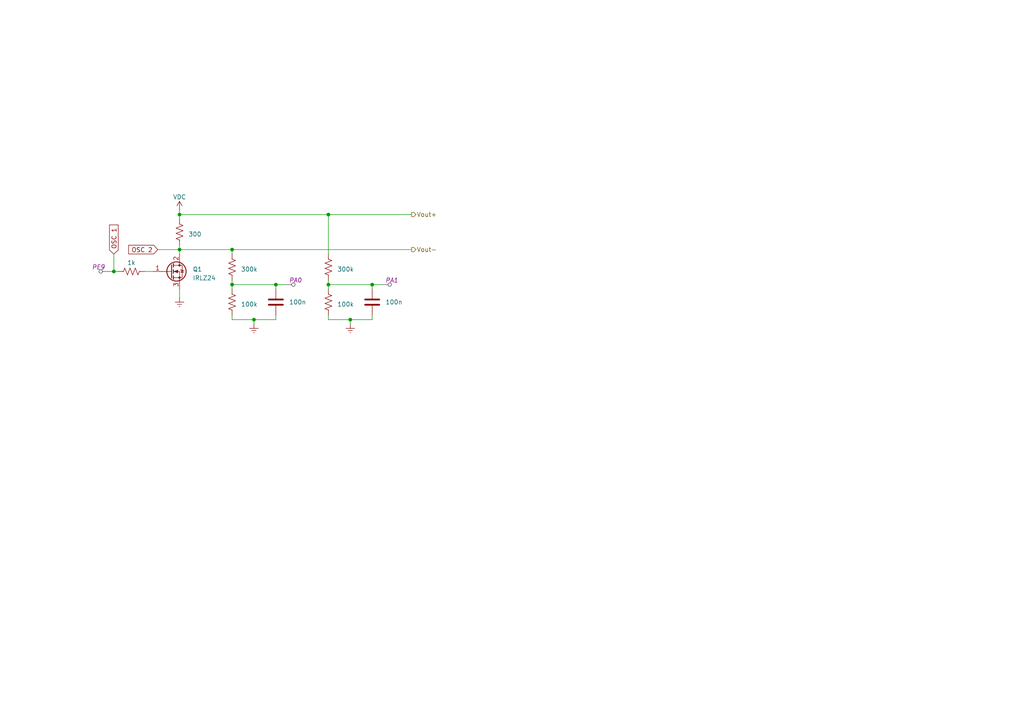
<source format=kicad_sch>
(kicad_sch (version 20230121) (generator eeschema)
  (paper "A4")
  (lib_symbols
    (symbol "Device:C" (pin_numbers hide) (pin_names (offset 0.254))
      (property "Reference" "C" (at 0.635 2.54 0))
      (property "Value" "C" (at 0.635 -2.54 0))
      (symbol "C_0_1"
        (polyline (pts (xy -2.032 -0.762) (xy 2.032 -0.762)) (stroke (width 0.508)))
        (polyline (pts (xy -2.032 0.762) (xy 2.032 0.762)) (stroke (width 0.508)))
      )
      (symbol "C_1_1"
        (pin passive line (at 0 3.81 270) (length 2.794) (name "~") (number "1"))
        (pin passive line (at 0 -3.81 90) (length 2.794) (name "~") (number "2"))
      )
    )
    (symbol "Device:R_US" (pin_numbers hide) (pin_names (offset 0))
      (property "Reference" "R" (at 2.54 0 90))
      (property "Value" "R_US" (at -2.54 0 90))
      (symbol "R_US_0_1"
        (polyline (pts (xy 0 -2.286) (xy 0 -2.54)))
        (polyline (pts (xy 0 2.286) (xy 0 2.54)))
        (polyline (pts (xy 0 -0.762) (xy 1.016 -1.143) (xy 0 -1.524) (xy -1.016 -1.905) (xy 0 -2.286)))
        (polyline (pts (xy 0 0.762) (xy 1.016 0.381) (xy 0 0) (xy -1.016 -0.381) (xy 0 -0.762)))
        (polyline (pts (xy 0 2.286) (xy 1.016 1.905) (xy 0 1.524) (xy -1.016 1.143) (xy 0 0.762)))
      )
      (symbol "R_US_1_1"
        (pin passive line (at 0 3.81 270) (length 1.27) (name "~") (number "1"))
        (pin passive line (at 0 -3.81 90) (length 1.27) (name "~") (number "2"))
      )
    )
    (symbol "Transistor_FET:IRLZ24" (pin_names hide)
      (property "Reference" "Q" (at 6.35 1.905 0))
      (property "Value" "IRLZ24" (at 6.35 0 0))
      (symbol "IRLZ24_0_1"
        (polyline (pts (xy 0.254 0) (xy -2.54 0)))
        (polyline (pts (xy 0.254 1.905) (xy 0.254 -1.905)) (stroke (width 0.254)))
        (polyline (pts (xy 0.762 -1.27) (xy 0.762 -2.286)) (stroke (width 0.254)))
        (polyline (pts (xy 0.762 0.508) (xy 0.762 -0.508)) (stroke (width 0.254)))
        (polyline (pts (xy 0.762 2.286) (xy 0.762 1.27)) (stroke (width 0.254)))
        (polyline (pts (xy 2.54 2.54) (xy 2.54 1.778)))
        (polyline (pts (xy 2.54 -2.54) (xy 2.54 0) (xy 0.762 0)))
        (polyline (pts (xy 0.762 -1.778) (xy 3.302 -1.778) (xy 3.302 1.778) (xy 0.762 1.778)))
        (polyline (pts (xy 1.016 0) (xy 2.032 0.381) (xy 2.032 -0.381) (xy 1.016 0)) (fill (type outline)))
        (polyline (pts (xy 2.794 0.508) (xy 2.921 0.381) (xy 3.683 0.381) (xy 3.81 0.254)))
        (polyline (pts (xy 3.302 0.381) (xy 2.921 -0.254) (xy 3.683 -0.254) (xy 3.302 0.381)))
        (circle (center 1.651 0) (radius 2.794) (stroke (width 0.254)))
        (circle (center 2.54 -1.778) (radius 0.254) (fill (type outline)))
        (circle (center 2.54 1.778) (radius 0.254) (fill (type outline)))
      )
      (symbol "IRLZ24_1_1"
        (pin input line (at -5.08 0 0) (length 2.54) (name "G") (number "1"))
        (pin passive line (at 2.54 5.08 270) (length 2.54) (name "D") (number "2"))
        (pin passive line (at 2.54 -5.08 90) (length 2.54) (name "S") (number "3"))
      )
    )
    (symbol "power:Earth" (power) (pin_names (offset 0))
      (symbol "Earth_0_1"
        (polyline (pts (xy -0.635 -1.905) (xy 0.635 -1.905)))
        (polyline (pts (xy -0.127 -2.54) (xy 0.127 -2.54)))
        (polyline (pts (xy 0 -1.27) (xy 0 0)))
        (polyline (pts (xy 1.27 -1.27) (xy -1.27 -1.27)))
      )
      (symbol "Earth_1_1"
        (pin power_in line (at 0 0 270) (length 0) hide (name "Earth") (number "1"))
      )
    )
    (symbol "power:VDC" (power) (pin_names (offset 0))
      (property "Value" "VDC" (at 0 6.35 0))
      (symbol "VDC_0_1"
        (polyline (pts (xy -0.762 1.27) (xy 0 2.54)))
        (polyline (pts (xy 0 0) (xy 0 2.54)))
        (polyline (pts (xy 0 2.54) (xy 0.762 1.27)))
      )
      (symbol "VDC_1_1"
        (pin power_in line (at 0 0 90) (length 0) hide (name "VDC") (number "1"))
      )
    )
  )
  (junction (at 67.31 82.55))
  (junction (at 95.25 62.23))
  (junction (at 95.25 82.55))
  (junction (at 73.66 92.71))
  (junction (at 33.02 78.74))
  (junction (at 80.01 82.55))
  (junction (at 52.07 62.23))
  (junction (at 52.07 72.39))
  (junction (at 107.95 82.55))
  (junction (at 101.6 92.71))
  (junction (at 67.31 72.39))
  (wire (pts (xy 80.01 83.82) (xy 80.01 82.55)))
  (wire (pts (xy 33.02 73.66) (xy 33.02 78.74)))
  (wire (pts (xy 67.31 72.39) (xy 67.31 73.66)))
  (wire (pts (xy 95.25 92.71) (xy 95.25 91.44)))
  (wire (pts (xy 52.07 62.23) (xy 95.25 62.23)))
  (wire (pts (xy 80.01 92.71) (xy 73.66 92.71)))
  (wire (pts (xy 31.75 78.74) (xy 33.02 78.74)))
  (wire (pts (xy 95.25 81.28) (xy 95.25 82.55)))
  (wire (pts (xy 67.31 82.55) (xy 67.31 83.82)))
  (wire (pts (xy 67.31 82.55) (xy 80.01 82.55)))
  (wire (pts (xy 52.07 71.12) (xy 52.07 72.39)))
  (wire (pts (xy 80.01 82.55) (xy 82.55 82.55)))
  (wire (pts (xy 52.07 72.39) (xy 52.07 73.66)))
  (wire (pts (xy 80.01 91.44) (xy 80.01 92.71)))
  (wire (pts (xy 95.25 62.23) (xy 119.38 62.23)))
  (wire (pts (xy 52.07 62.23) (xy 52.07 63.5)))
  (wire (pts (xy 67.31 81.28) (xy 67.31 82.55)))
  (wire (pts (xy 107.95 83.82) (xy 107.95 82.55)))
  (wire (pts (xy 67.31 72.39) (xy 119.38 72.39)))
  (wire (pts (xy 67.31 92.71) (xy 67.31 91.44)))
  (wire (pts (xy 52.07 60.96) (xy 52.07 62.23)))
  (wire (pts (xy 73.66 92.71) (xy 67.31 92.71)))
  (wire (pts (xy 45.72 72.39) (xy 52.07 72.39)))
  (wire (pts (xy 107.95 91.44) (xy 107.95 92.71)))
  (wire (pts (xy 33.02 78.74) (xy 34.29 78.74)))
  (wire (pts (xy 101.6 92.71) (xy 95.25 92.71)))
  (wire (pts (xy 52.07 72.39) (xy 67.31 72.39)))
  (wire (pts (xy 41.91 78.74) (xy 44.45 78.74)))
  (wire (pts (xy 95.25 62.23) (xy 95.25 73.66)))
  (wire (pts (xy 95.25 82.55) (xy 107.95 82.55)))
  (wire (pts (xy 107.95 82.55) (xy 110.49 82.55)))
  (wire (pts (xy 101.6 92.71) (xy 101.6 93.98)))
  (wire (pts (xy 95.25 82.55) (xy 95.25 83.82)))
  (wire (pts (xy 107.95 92.71) (xy 101.6 92.71)))
  (wire (pts (xy 73.66 92.71) (xy 73.66 93.98)))
  (wire (pts (xy 52.07 83.82) (xy 52.07 86.36)))
  (global_label "OSC 2" (shape input) (at 45.72 72.39 180) (property "Intersheetrefs" "${INTERSHEET_REFS}" (effects hide)))
  (global_label "OSC 1" (shape input) (at 33.02 73.66 90) (property "Intersheetrefs" "${INTERSHEET_REFS}" (effects hide)))
  (hierarchical_label "Vout-" (shape output) (at 119.38 72.39 0))
  (hierarchical_label "Vout+" (shape output) (at 119.38 62.23 0))
  (netclass_flag "" (length 2.54) (shape round) (at 110.49 82.55 270) (property "Netclass" "PA1" (at 111.76 81.28 0) (effects (font italic) (justify left))))
  (netclass_flag "" (length 2.54) (shape round) (at 31.75 78.74 90) (property "Netclass" "PE9" (at 30.48 77.47 0) (effects (font italic) (justify right))))
  (netclass_flag "" (length 2.54) (shape round) (at 82.55 82.55 270) (property "Netclass" "PA0" (at 83.82 81.28 0) (effects (font italic) (justify left))))
  (symbol (lib_id "power:VDC") (at 52.07 60.96 0) (unit 1)
    (property "Reference" "#PWR01" (effects hide))
    (property "Value" "~9V" (at 52.07 57.15 0))
  )
  (symbol (lib_id "power:Earth") (at 52.07 86.36 0) (unit 1)
    (property "Reference" "#PWR02" (effects hide))
    (property "Value" "Earth" (effects hide))
  )
  (symbol (lib_id "Device:C") (at 80.01 87.63 0) (unit 1)
    (property "Reference" "C1" (effects hide))
    (property "Value" "100n" (at 83.82 87.63 0) (effects (justify left)))
  )
  (symbol (lib_id "Device:R_US") (at 95.25 87.63 0) (unit 1)
    (property "Reference" "R6" (effects hide))
    (property "Value" "100k" (at 97.79 88.265 0) (effects (justify left)))
  )
  (symbol (lib_id "Device:R_US") (at 95.25 77.47 0) (unit 1)
    (property "Reference" "R5" (effects hide))
    (property "Value" "300k" (at 97.79 78.105 0) (effects (justify left)))
  )
  (symbol (lib_id "Transistor_FET:IRLZ24") (at 49.53 78.74 0) (unit 1)
    (property "Reference" "Q1" (at 55.88 78.105 0) (effects (justify left)))
    (property "Value" "IRLZ24" (at 55.88 80.645 0) (effects (justify left)))
    (property "Footprint" "Package_TO_SOT_THT:TO-220-3_Vertical" (effects hide))
    (property "Datasheet" "https://www.vishay.com/docs/91326/sihlz24.pdf" (effects hide))
  )
  (symbol (lib_id "Device:C") (at 107.95 87.63 0) (unit 1)
    (property "Reference" "C2" (effects hide))
    (property "Value" "100n" (at 111.76 87.63 0) (effects (justify left)))
  )
  (symbol (lib_id "Device:R_US") (at 38.1 78.74 90) (unit 1)
    (property "Reference" "R2" (effects hide))
    (property "Value" "1k" (at 38.1 76.2 90))
  )
  (symbol (lib_id "power:Earth") (at 101.6 93.98 0) (unit 1)
    (property "Reference" "#PWR04" (effects hide))
    (property "Value" "Earth" (effects hide))
  )
  (symbol (lib_id "Device:R_US") (at 67.31 77.47 0) (unit 1)
    (property "Reference" "R3" (effects hide))
    (property "Value" "300k" (at 69.85 78.105 0) (effects (justify left)))
  )
  (symbol (lib_id "power:Earth") (at 73.66 93.98 0) (unit 1)
    (property "Reference" "#PWR03" (effects hide))
    (property "Value" "Earth" (effects hide))
  )
  (symbol (lib_id "Device:R_US") (at 67.31 87.63 0) (unit 1)
    (property "Reference" "R4" (effects hide))
    (property "Value" "100k" (at 69.85 88.265 0) (effects (justify left)))
  )
  (symbol (lib_id "Device:R_US") (at 52.07 67.31 0) (unit 1)
    (property "Reference" "R1" (effects hide))
    (property "Value" "300" (at 54.61 67.945 0) (effects (justify left)))
  )
)
</source>
